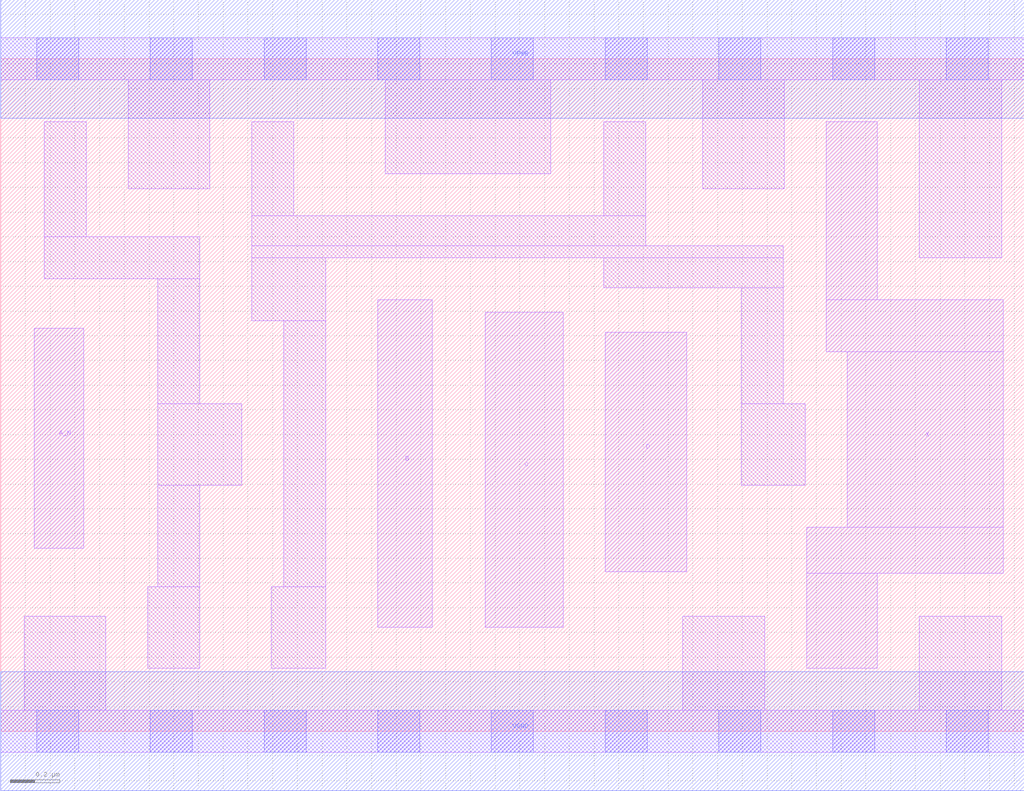
<source format=lef>
# Copyright 2020 The SkyWater PDK Authors
#
# Licensed under the Apache License, Version 2.0 (the "License");
# you may not use this file except in compliance with the License.
# You may obtain a copy of the License at
#
#     https://www.apache.org/licenses/LICENSE-2.0
#
# Unless required by applicable law or agreed to in writing, software
# distributed under the License is distributed on an "AS IS" BASIS,
# WITHOUT WARRANTIES OR CONDITIONS OF ANY KIND, either express or implied.
# See the License for the specific language governing permissions and
# limitations under the License.
#
# SPDX-License-Identifier: Apache-2.0

VERSION 5.7 ;
  NAMESCASESENSITIVE ON ;
  NOWIREEXTENSIONATPIN ON ;
  DIVIDERCHAR "/" ;
  BUSBITCHARS "[]" ;
UNITS
  DATABASE MICRONS 200 ;
END UNITS
MACRO sky130_fd_sc_hd__and4b_2
  CLASS CORE ;
  SOURCE USER ;
  FOREIGN sky130_fd_sc_hd__and4b_2 ;
  ORIGIN  0.000000  0.000000 ;
  SIZE  4.140000 BY  2.720000 ;
  SYMMETRY X Y R90 ;
  SITE unithd ;
  PIN A_N
    ANTENNAGATEAREA  0.126000 ;
    DIRECTION INPUT ;
    USE SIGNAL ;
    PORT
      LAYER li1 ;
        RECT 0.135000 0.740000 0.335000 1.630000 ;
    END
  END A_N
  PIN B
    ANTENNAGATEAREA  0.126000 ;
    DIRECTION INPUT ;
    USE SIGNAL ;
    PORT
      LAYER li1 ;
        RECT 1.525000 0.420000 1.745000 1.745000 ;
    END
  END B
  PIN C
    ANTENNAGATEAREA  0.126000 ;
    DIRECTION INPUT ;
    USE SIGNAL ;
    PORT
      LAYER li1 ;
        RECT 1.960000 0.420000 2.275000 1.695000 ;
    END
  END C
  PIN D
    ANTENNAGATEAREA  0.126000 ;
    DIRECTION INPUT ;
    USE SIGNAL ;
    PORT
      LAYER li1 ;
        RECT 2.445000 0.645000 2.775000 1.615000 ;
    END
  END D
  PIN X
    ANTENNADIFFAREA  0.503250 ;
    DIRECTION OUTPUT ;
    USE SIGNAL ;
    PORT
      LAYER li1 ;
        RECT 3.260000 0.255000 3.545000 0.640000 ;
        RECT 3.260000 0.640000 4.055000 0.825000 ;
        RECT 3.340000 1.535000 4.055000 1.745000 ;
        RECT 3.340000 1.745000 3.545000 2.465000 ;
        RECT 3.425000 0.825000 4.055000 1.535000 ;
    END
  END X
  PIN VGND
    DIRECTION INOUT ;
    SHAPE ABUTMENT ;
    USE GROUND ;
    PORT
      LAYER met1 ;
        RECT 0.000000 -0.240000 4.140000 0.240000 ;
    END
  END VGND
  PIN VPWR
    DIRECTION INOUT ;
    SHAPE ABUTMENT ;
    USE POWER ;
    PORT
      LAYER met1 ;
        RECT 0.000000 2.480000 4.140000 2.960000 ;
    END
  END VPWR
  OBS
    LAYER li1 ;
      RECT 0.000000 -0.085000 4.140000 0.085000 ;
      RECT 0.000000  2.635000 4.140000 2.805000 ;
      RECT 0.095000  0.085000 0.425000 0.465000 ;
      RECT 0.175000  1.830000 0.805000 2.000000 ;
      RECT 0.175000  2.000000 0.345000 2.465000 ;
      RECT 0.515000  2.195000 0.845000 2.635000 ;
      RECT 0.595000  0.255000 0.805000 0.585000 ;
      RECT 0.635000  0.585000 0.805000 0.995000 ;
      RECT 0.635000  0.995000 0.975000 1.325000 ;
      RECT 0.635000  1.325000 0.805000 1.830000 ;
      RECT 1.015000  1.660000 1.315000 1.915000 ;
      RECT 1.015000  1.915000 3.165000 1.965000 ;
      RECT 1.015000  1.965000 2.610000 2.085000 ;
      RECT 1.015000  2.085000 1.185000 2.465000 ;
      RECT 1.095000  0.255000 1.315000 0.585000 ;
      RECT 1.145000  0.585000 1.315000 1.660000 ;
      RECT 1.555000  2.255000 2.225000 2.635000 ;
      RECT 2.440000  1.795000 3.165000 1.915000 ;
      RECT 2.440000  2.085000 2.610000 2.465000 ;
      RECT 2.760000  0.085000 3.090000 0.465000 ;
      RECT 2.840000  2.195000 3.170000 2.635000 ;
      RECT 2.995000  0.995000 3.255000 1.325000 ;
      RECT 2.995000  1.325000 3.165000 1.795000 ;
      RECT 3.715000  0.085000 4.050000 0.465000 ;
      RECT 3.715000  1.915000 4.050000 2.635000 ;
    LAYER mcon ;
      RECT 0.145000 -0.085000 0.315000 0.085000 ;
      RECT 0.145000  2.635000 0.315000 2.805000 ;
      RECT 0.605000 -0.085000 0.775000 0.085000 ;
      RECT 0.605000  2.635000 0.775000 2.805000 ;
      RECT 1.065000 -0.085000 1.235000 0.085000 ;
      RECT 1.065000  2.635000 1.235000 2.805000 ;
      RECT 1.525000 -0.085000 1.695000 0.085000 ;
      RECT 1.525000  2.635000 1.695000 2.805000 ;
      RECT 1.985000 -0.085000 2.155000 0.085000 ;
      RECT 1.985000  2.635000 2.155000 2.805000 ;
      RECT 2.445000 -0.085000 2.615000 0.085000 ;
      RECT 2.445000  2.635000 2.615000 2.805000 ;
      RECT 2.905000 -0.085000 3.075000 0.085000 ;
      RECT 2.905000  2.635000 3.075000 2.805000 ;
      RECT 3.365000 -0.085000 3.535000 0.085000 ;
      RECT 3.365000  2.635000 3.535000 2.805000 ;
      RECT 3.825000 -0.085000 3.995000 0.085000 ;
      RECT 3.825000  2.635000 3.995000 2.805000 ;
  END
END sky130_fd_sc_hd__and4b_2
END LIBRARY

</source>
